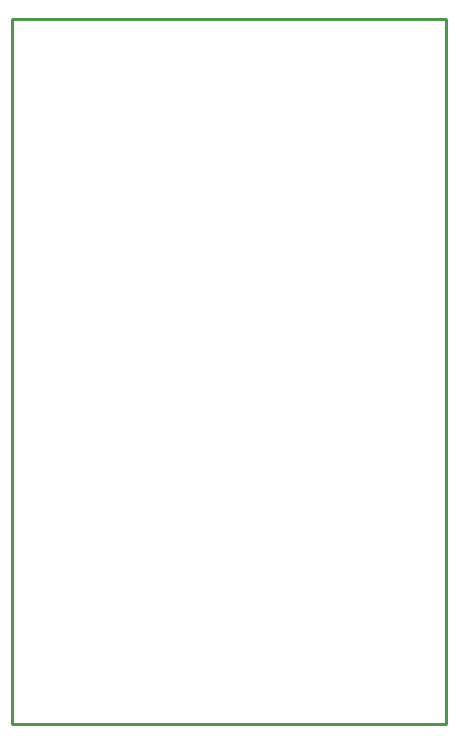
<source format=gko>
G04 Layer: BoardOutlineLayer*
G04 EasyEDA Pro v2.2.38.8, 2025-05-22 15:01:17*
G04 Gerber Generator version 0.3*
G04 Scale: 100 percent, Rotated: No, Reflected: No*
G04 Dimensions in millimeters*
G04 Leading zeros omitted, absolute positions, 4 integers and 5 decimals*
%FSLAX45Y45*%
%MOMM*%
%ADD10C,0.254*%
G75*


G04 Rect Start*
G54D10*
G01X0Y-5943600D02*
G01X0Y25400D01*
G01X3670300Y25400D01*
G01X3670300Y-5943600D01*
G01X0Y-5943600D01*
G04 Rect End*

M02*


</source>
